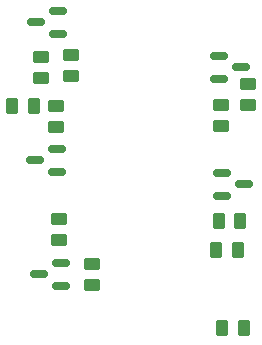
<source format=gbr>
%TF.GenerationSoftware,KiCad,Pcbnew,6.0.10-86aedd382b~118~ubuntu22.10.1*%
%TF.CreationDate,2023-02-01T22:33:22-08:00*%
%TF.ProjectId,lightBoard,6c696768-7442-46f6-9172-642e6b696361,rev?*%
%TF.SameCoordinates,Original*%
%TF.FileFunction,Paste,Bot*%
%TF.FilePolarity,Positive*%
%FSLAX46Y46*%
G04 Gerber Fmt 4.6, Leading zero omitted, Abs format (unit mm)*
G04 Created by KiCad (PCBNEW 6.0.10-86aedd382b~118~ubuntu22.10.1) date 2023-02-01 22:33:22*
%MOMM*%
%LPD*%
G01*
G04 APERTURE LIST*
G04 Aperture macros list*
%AMRoundRect*
0 Rectangle with rounded corners*
0 $1 Rounding radius*
0 $2 $3 $4 $5 $6 $7 $8 $9 X,Y pos of 4 corners*
0 Add a 4 corners polygon primitive as box body*
4,1,4,$2,$3,$4,$5,$6,$7,$8,$9,$2,$3,0*
0 Add four circle primitives for the rounded corners*
1,1,$1+$1,$2,$3*
1,1,$1+$1,$4,$5*
1,1,$1+$1,$6,$7*
1,1,$1+$1,$8,$9*
0 Add four rect primitives between the rounded corners*
20,1,$1+$1,$2,$3,$4,$5,0*
20,1,$1+$1,$4,$5,$6,$7,0*
20,1,$1+$1,$6,$7,$8,$9,0*
20,1,$1+$1,$8,$9,$2,$3,0*%
G04 Aperture macros list end*
%ADD10RoundRect,0.250000X0.450000X-0.262500X0.450000X0.262500X-0.450000X0.262500X-0.450000X-0.262500X0*%
%ADD11RoundRect,0.250000X-0.262500X-0.450000X0.262500X-0.450000X0.262500X0.450000X-0.262500X0.450000X0*%
%ADD12RoundRect,0.250000X-0.450000X0.262500X-0.450000X-0.262500X0.450000X-0.262500X0.450000X0.262500X0*%
%ADD13RoundRect,0.250000X0.262500X0.450000X-0.262500X0.450000X-0.262500X-0.450000X0.262500X-0.450000X0*%
%ADD14RoundRect,0.150000X0.587500X0.150000X-0.587500X0.150000X-0.587500X-0.150000X0.587500X-0.150000X0*%
%ADD15RoundRect,0.150000X-0.587500X-0.150000X0.587500X-0.150000X0.587500X0.150000X-0.587500X0.150000X0*%
G04 APERTURE END LIST*
D10*
%TO.C,R12*%
X122428000Y-47648500D03*
X122428000Y-45823500D03*
%TD*%
%TO.C,R11*%
X126746000Y-65174500D03*
X126746000Y-63349500D03*
%TD*%
D11*
%TO.C,R10*%
X119991500Y-50038000D03*
X121816500Y-50038000D03*
%TD*%
D10*
%TO.C,R9*%
X124968000Y-45673000D03*
X124968000Y-47498000D03*
%TD*%
D12*
%TO.C,R8*%
X123952000Y-59539500D03*
X123952000Y-61364500D03*
%TD*%
%TO.C,R7*%
X123698000Y-49991000D03*
X123698000Y-51816000D03*
%TD*%
%TO.C,R5*%
X139954000Y-48109500D03*
X139954000Y-49934500D03*
%TD*%
D11*
%TO.C,R4*%
X137263500Y-62230000D03*
X139088500Y-62230000D03*
%TD*%
D13*
%TO.C,R3*%
X137771500Y-68834000D03*
X139596500Y-68834000D03*
%TD*%
D10*
%TO.C,R2*%
X137668000Y-51712500D03*
X137668000Y-49887500D03*
%TD*%
D11*
%TO.C,R1*%
X137454500Y-59738000D03*
X139279500Y-59738000D03*
%TD*%
D14*
%TO.C,Q6*%
X121998500Y-42926000D03*
X123873500Y-43876000D03*
X123873500Y-41976000D03*
%TD*%
%TO.C,Q5*%
X124127500Y-63312000D03*
X124127500Y-65212000D03*
X122252500Y-64262000D03*
%TD*%
%TO.C,Q4*%
X123795000Y-53660000D03*
X123795000Y-55560000D03*
X121920000Y-54610000D03*
%TD*%
D15*
%TO.C,Q2*%
X139367500Y-46736000D03*
X137492500Y-45786000D03*
X137492500Y-47686000D03*
%TD*%
%TO.C,Q1*%
X137744500Y-57592000D03*
X137744500Y-55692000D03*
X139619500Y-56642000D03*
%TD*%
M02*

</source>
